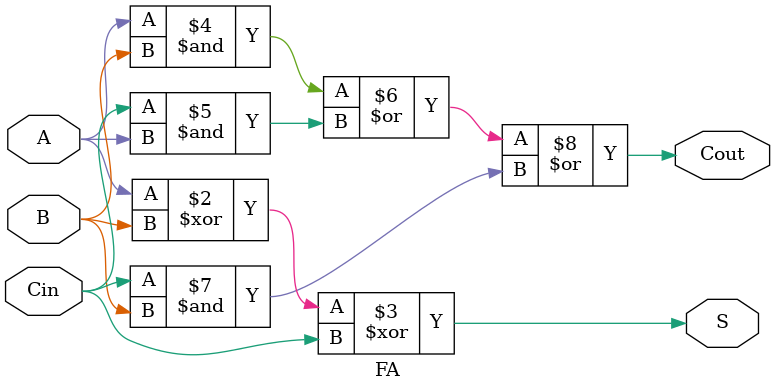
<source format=v>
module FA(
  input A,B,Cin,
  output reg S,Cout);
  always @(A,B,Cin)
    begin
      S=A^B^Cin;
      Cout=(A&B)|(Cin&A)|(Cin&B);
    end
endmodule

</source>
